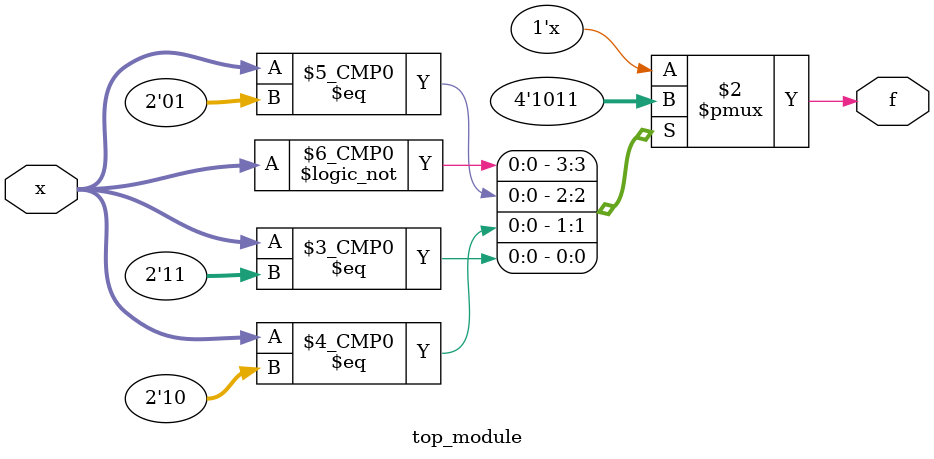
<source format=sv>
module top_module (
    input [1:0] x,
    output logic f
);

    always_comb begin
        case (x)
            2'b00: f = 1;
            2'b01: f = 0;
            2'b10: f = 1;
            2'b11: f = 1;
            default: f = 0;
        endcase
    end

endmodule

</source>
